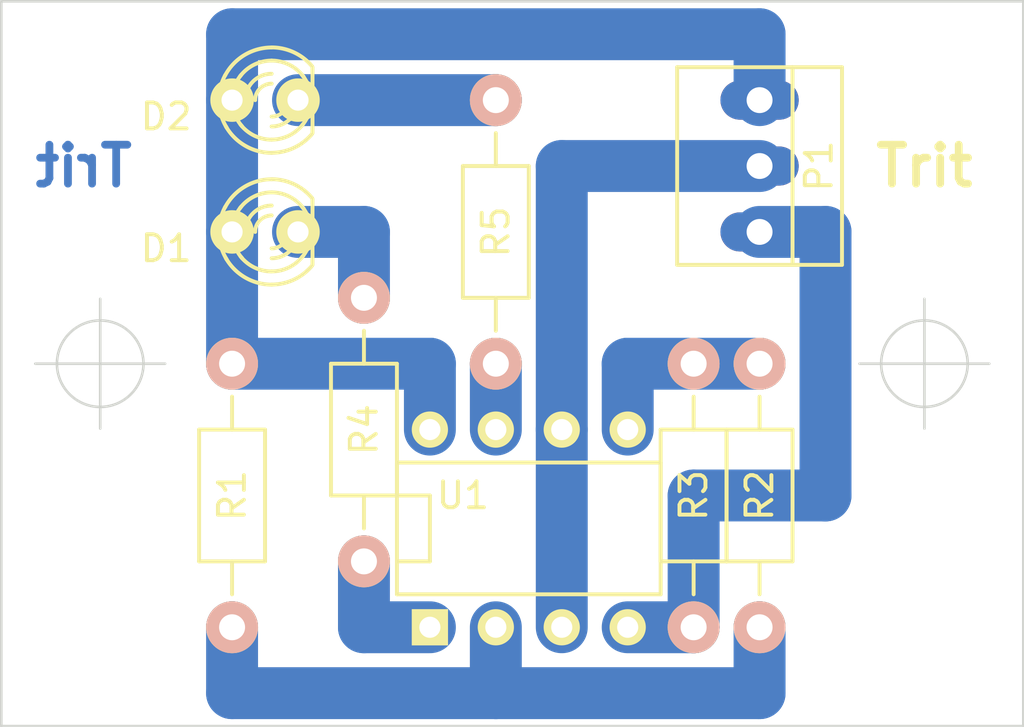
<source format=kicad_pcb>
(kicad_pcb (version 4) (host pcbnew 0.201504241002+5622~22~ubuntu15.04.1-product)

  (general
    (links 16)
    (no_connects 0)
    (area 20.269999 20.269999 59.740001 48.310001)
    (thickness 1.6)
    (drawings 8)
    (tracks 29)
    (zones 0)
    (modules 9)
    (nets 10)
  )

  (page A4)
  (title_block
    (title "Индикатор трита")
    (date "Вс. 26 апр. 2015")
    (company https://myweek-end.ru)
    (comment 2 "Кляузер Алексей Викторович")
  )

  (layers
    (0 F.Cu signal hide)
    (31 B.Cu signal)
    (32 B.Adhes user hide)
    (33 F.Adhes user hide)
    (34 B.Paste user hide)
    (35 F.Paste user hide)
    (36 B.SilkS user hide)
    (37 F.SilkS user)
    (38 B.Mask user hide)
    (39 F.Mask user hide)
    (40 Dwgs.User user hide)
    (41 Cmts.User user hide)
    (42 Eco1.User user hide)
    (43 Eco2.User user hide)
    (44 Edge.Cuts user)
    (45 Margin user hide)
    (46 B.CrtYd user hide)
    (47 F.CrtYd user hide)
    (48 B.Fab user hide)
    (49 F.Fab user hide)
  )

  (setup
    (last_trace_width 2)
    (trace_clearance 0.2)
    (zone_clearance 0.508)
    (zone_45_only no)
    (trace_min 0.2)
    (segment_width 0.2)
    (edge_width 0.1)
    (via_size 0.6)
    (via_drill 0.4)
    (via_min_size 0.4)
    (via_min_drill 0.3)
    (uvia_size 0.3)
    (uvia_drill 0.1)
    (uvias_allowed no)
    (uvia_min_size 0.2)
    (uvia_min_drill 0.1)
    (pcb_text_width 0.3)
    (pcb_text_size 1.5 1.5)
    (mod_edge_width 0.15)
    (mod_text_size 1 1)
    (mod_text_width 0.15)
    (pad_size 1.5 1.5)
    (pad_drill 0.6)
    (pad_to_mask_clearance 0)
    (aux_axis_origin 0 0)
    (visible_elements FFFFFF7F)
    (pcbplotparams
      (layerselection 0x00030_80000001)
      (usegerberextensions false)
      (excludeedgelayer true)
      (linewidth 0.100000)
      (plotframeref false)
      (viasonmask false)
      (mode 1)
      (useauxorigin false)
      (hpglpennumber 1)
      (hpglpenspeed 20)
      (hpglpendiameter 15)
      (hpglpenoverlay 2)
      (psnegative false)
      (psa4output false)
      (plotreference true)
      (plotvalue true)
      (plotinvisibletext false)
      (padsonsilk false)
      (subtractmaskfromsilk false)
      (outputformat 1)
      (mirror false)
      (drillshape 0)
      (scaleselection 1)
      (outputdirectory ""))
  )

  (net 0 "")
  (net 1 "Net-(D1-Pad1)")
  (net 2 "Net-(D1-Pad2)")
  (net 3 "Net-(D2-Pad2)")
  (net 4 "Net-(P1-Pad2)")
  (net 5 "Net-(P1-Pad3)")
  (net 6 "Net-(R1-Pad2)")
  (net 7 "Net-(R2-Pad2)")
  (net 8 "Net-(R4-Pad2)")
  (net 9 "Net-(R5-Pad2)")

  (net_class Default "Это класс цепей по умолчанию."
    (clearance 0.2)
    (trace_width 2)
    (via_dia 0.6)
    (via_drill 0.4)
    (uvia_dia 0.3)
    (uvia_drill 0.1)
    (add_net "Net-(D1-Pad1)")
    (add_net "Net-(D1-Pad2)")
    (add_net "Net-(D2-Pad2)")
    (add_net "Net-(P1-Pad2)")
    (add_net "Net-(P1-Pad3)")
    (add_net "Net-(R1-Pad2)")
    (add_net "Net-(R2-Pad2)")
    (add_net "Net-(R4-Pad2)")
    (add_net "Net-(R5-Pad2)")
  )

  (module LEDs:LED-3MM (layer F.Cu) (tedit 553CD08E) (tstamp 5521717B)
    (at 30.48 29.21)
    (descr "LED 3mm - Lead pitch 100mil (2,54mm)")
    (tags "LED led 3mm 3MM 100mil 2,54mm")
    (path /55216C48)
    (fp_text reference D1 (at -3.81 0.635) (layer F.SilkS)
      (effects (font (size 1 1) (thickness 0.15)))
    )
    (fp_text value - (at -3.81 -1.27) (layer F.Fab)
      (effects (font (size 1 1) (thickness 0.15)))
    )
    (fp_line (start 1.8288 1.27) (end 1.8288 -1.27) (layer F.SilkS) (width 0.15))
    (fp_arc (start 0.254 0) (end -1.27 0) (angle 39.8) (layer F.SilkS) (width 0.15))
    (fp_arc (start 0.254 0) (end -0.88392 1.01092) (angle 41.6) (layer F.SilkS) (width 0.15))
    (fp_arc (start 0.254 0) (end 1.4097 -0.9906) (angle 40.6) (layer F.SilkS) (width 0.15))
    (fp_arc (start 0.254 0) (end 1.778 0) (angle 39.8) (layer F.SilkS) (width 0.15))
    (fp_arc (start 0.254 0) (end 0.254 -1.524) (angle 54.4) (layer F.SilkS) (width 0.15))
    (fp_arc (start 0.254 0) (end -0.9652 -0.9144) (angle 53.1) (layer F.SilkS) (width 0.15))
    (fp_arc (start 0.254 0) (end 1.45542 0.93472) (angle 52.1) (layer F.SilkS) (width 0.15))
    (fp_arc (start 0.254 0) (end 0.254 1.524) (angle 52.1) (layer F.SilkS) (width 0.15))
    (fp_arc (start 0.254 0) (end -0.381 0) (angle 90) (layer F.SilkS) (width 0.15))
    (fp_arc (start 0.254 0) (end -0.762 0) (angle 90) (layer F.SilkS) (width 0.15))
    (fp_arc (start 0.254 0) (end 0.889 0) (angle 90) (layer F.SilkS) (width 0.15))
    (fp_arc (start 0.254 0) (end 1.27 0) (angle 90) (layer F.SilkS) (width 0.15))
    (fp_arc (start 0.254 0) (end 0.254 -2.032) (angle 50.1) (layer F.SilkS) (width 0.15))
    (fp_arc (start 0.254 0) (end -1.5367 -0.95504) (angle 61.9) (layer F.SilkS) (width 0.15))
    (fp_arc (start 0.254 0) (end 1.8034 1.31064) (angle 49.7) (layer F.SilkS) (width 0.15))
    (fp_arc (start 0.254 0) (end 0.254 2.032) (angle 60.2) (layer F.SilkS) (width 0.15))
    (fp_arc (start 0.254 0) (end -1.778 0) (angle 28.3) (layer F.SilkS) (width 0.15))
    (fp_arc (start 0.254 0) (end -1.47574 1.06426) (angle 31.6) (layer F.SilkS) (width 0.15))
    (pad 1 thru_hole circle (at -1.27 0) (size 1.6764 1.6764) (drill 0.8128) (layers *.Cu *.Mask F.SilkS)
      (net 1 "Net-(D1-Pad1)"))
    (pad 2 thru_hole circle (at 1.27 0) (size 1.6764 1.6764) (drill 0.8128) (layers *.Cu *.Mask F.SilkS)
      (net 2 "Net-(D1-Pad2)"))
    (model LEDs.3dshapes/LED-3MM.wrl
      (at (xyz 0 0 0))
      (scale (xyz 1 1 1))
      (rotate (xyz 0 0 0))
    )
  )

  (module LEDs:LED-3MM (layer F.Cu) (tedit 553CD081) (tstamp 55217181)
    (at 30.48 24.13)
    (descr "LED 3mm - Lead pitch 100mil (2,54mm)")
    (tags "LED led 3mm 3MM 100mil 2,54mm")
    (path /55216CBE)
    (fp_text reference D2 (at -3.81 0.635) (layer F.SilkS)
      (effects (font (size 1 1) (thickness 0.15)))
    )
    (fp_text value + (at -3.81 -1.27) (layer F.Fab)
      (effects (font (size 1 1) (thickness 0.15)))
    )
    (fp_line (start 1.8288 1.27) (end 1.8288 -1.27) (layer F.SilkS) (width 0.15))
    (fp_arc (start 0.254 0) (end -1.27 0) (angle 39.8) (layer F.SilkS) (width 0.15))
    (fp_arc (start 0.254 0) (end -0.88392 1.01092) (angle 41.6) (layer F.SilkS) (width 0.15))
    (fp_arc (start 0.254 0) (end 1.4097 -0.9906) (angle 40.6) (layer F.SilkS) (width 0.15))
    (fp_arc (start 0.254 0) (end 1.778 0) (angle 39.8) (layer F.SilkS) (width 0.15))
    (fp_arc (start 0.254 0) (end 0.254 -1.524) (angle 54.4) (layer F.SilkS) (width 0.15))
    (fp_arc (start 0.254 0) (end -0.9652 -0.9144) (angle 53.1) (layer F.SilkS) (width 0.15))
    (fp_arc (start 0.254 0) (end 1.45542 0.93472) (angle 52.1) (layer F.SilkS) (width 0.15))
    (fp_arc (start 0.254 0) (end 0.254 1.524) (angle 52.1) (layer F.SilkS) (width 0.15))
    (fp_arc (start 0.254 0) (end -0.381 0) (angle 90) (layer F.SilkS) (width 0.15))
    (fp_arc (start 0.254 0) (end -0.762 0) (angle 90) (layer F.SilkS) (width 0.15))
    (fp_arc (start 0.254 0) (end 0.889 0) (angle 90) (layer F.SilkS) (width 0.15))
    (fp_arc (start 0.254 0) (end 1.27 0) (angle 90) (layer F.SilkS) (width 0.15))
    (fp_arc (start 0.254 0) (end 0.254 -2.032) (angle 50.1) (layer F.SilkS) (width 0.15))
    (fp_arc (start 0.254 0) (end -1.5367 -0.95504) (angle 61.9) (layer F.SilkS) (width 0.15))
    (fp_arc (start 0.254 0) (end 1.8034 1.31064) (angle 49.7) (layer F.SilkS) (width 0.15))
    (fp_arc (start 0.254 0) (end 0.254 2.032) (angle 60.2) (layer F.SilkS) (width 0.15))
    (fp_arc (start 0.254 0) (end -1.778 0) (angle 28.3) (layer F.SilkS) (width 0.15))
    (fp_arc (start 0.254 0) (end -1.47574 1.06426) (angle 31.6) (layer F.SilkS) (width 0.15))
    (pad 1 thru_hole circle (at -1.27 0) (size 1.6764 1.6764) (drill 0.8128) (layers *.Cu *.Mask F.SilkS)
      (net 1 "Net-(D1-Pad1)"))
    (pad 2 thru_hole circle (at 1.27 0) (size 1.6764 1.6764) (drill 0.8128) (layers *.Cu *.Mask F.SilkS)
      (net 3 "Net-(D2-Pad2)"))
    (model LEDs.3dshapes/LED-3MM.wrl
      (at (xyz 0 0 0))
      (scale (xyz 1 1 1))
      (rotate (xyz 0 0 0))
    )
  )

  (module Connect:PINHEAD1-3 (layer F.Cu) (tedit 553CD321) (tstamp 55217188)
    (at 49.53 26.67 270)
    (path /55216FD6)
    (attr virtual)
    (fp_text reference P1 (at 0 -2.286 270) (layer F.SilkS)
      (effects (font (size 1 1) (thickness 0.15)))
    )
    (fp_text value Power&In (at 0 2.413 270) (layer F.Fab)
      (effects (font (size 1 1) (thickness 0.15)))
    )
    (fp_line (start -3.81 -3.175) (end -3.81 3.175) (layer F.SilkS) (width 0.15))
    (fp_line (start 3.81 -3.175) (end 3.81 3.175) (layer F.SilkS) (width 0.15))
    (fp_line (start 3.81 -1.27) (end -3.81 -1.27) (layer F.SilkS) (width 0.15))
    (fp_line (start -3.81 -3.175) (end 3.81 -3.175) (layer F.SilkS) (width 0.15))
    (fp_line (start 3.81 3.175) (end -3.81 3.175) (layer F.SilkS) (width 0.15))
    (pad 1 thru_hole oval (at -2.54 0 270) (size 1.50622 3.01498) (drill 0.99822) (layers *.Cu *.Mask)
      (net 1 "Net-(D1-Pad1)"))
    (pad 2 thru_hole oval (at 0 0 270) (size 1.50622 3.01498) (drill 0.99822) (layers *.Cu *.Mask)
      (net 4 "Net-(P1-Pad2)"))
    (pad 3 thru_hole oval (at 2.54 0 270) (size 1.50622 3.01498) (drill 0.99822) (layers *.Cu *.Mask)
      (net 5 "Net-(P1-Pad3)"))
  )

  (module Resistors_ThroughHole:Resistor_Horizontal_RM10mm (layer F.Cu) (tedit 552188DA) (tstamp 5521718E)
    (at 29.21 39.37 270)
    (descr "Resistor, Axial,  RM 10mm, 1/3W,")
    (tags "Resistor, Axial, RM 10mm, 1/3W,")
    (path /55217389)
    (fp_text reference R1 (at 0 0 270) (layer F.SilkS)
      (effects (font (size 1 1) (thickness 0.15)))
    )
    (fp_text value 4.7KΩ (at 0 2.54 270) (layer F.Fab)
      (effects (font (size 1 1) (thickness 0.15)))
    )
    (fp_line (start -2.54 -1.27) (end 2.54 -1.27) (layer F.SilkS) (width 0.15))
    (fp_line (start 2.54 -1.27) (end 2.54 1.27) (layer F.SilkS) (width 0.15))
    (fp_line (start 2.54 1.27) (end -2.54 1.27) (layer F.SilkS) (width 0.15))
    (fp_line (start -2.54 1.27) (end -2.54 -1.27) (layer F.SilkS) (width 0.15))
    (fp_line (start -2.54 0) (end -3.81 0) (layer F.SilkS) (width 0.15))
    (fp_line (start 2.54 0) (end 3.81 0) (layer F.SilkS) (width 0.15))
    (pad 1 thru_hole circle (at -5.08 0 270) (size 1.99898 1.99898) (drill 1.00076) (layers *.Cu *.SilkS *.Mask)
      (net 1 "Net-(D1-Pad1)"))
    (pad 2 thru_hole circle (at 5.08 0 270) (size 1.99898 1.99898) (drill 1.00076) (layers *.Cu *.SilkS *.Mask)
      (net 6 "Net-(R1-Pad2)"))
    (model Resistors_ThroughHole.3dshapes/Resistor_Horizontal_RM10mm.wrl
      (at (xyz 0 0 0))
      (scale (xyz 0.4 0.4 0.4))
      (rotate (xyz 0 0 0))
    )
  )

  (module Resistors_ThroughHole:Resistor_Horizontal_RM10mm (layer F.Cu) (tedit 553CD4BF) (tstamp 55217194)
    (at 49.53 39.37 90)
    (descr "Resistor, Axial,  RM 10mm, 1/3W,")
    (tags "Resistor, Axial, RM 10mm, 1/3W,")
    (path /552173D2)
    (fp_text reference R2 (at 0 0 90) (layer F.SilkS)
      (effects (font (size 1 1) (thickness 0.15)))
    )
    (fp_text value 4.7KΩ (at 0 2.54 90) (layer F.Fab)
      (effects (font (size 1 1) (thickness 0.15)))
    )
    (fp_line (start -2.54 -1.27) (end 2.54 -1.27) (layer F.SilkS) (width 0.15))
    (fp_line (start 2.54 -1.27) (end 2.54 1.27) (layer F.SilkS) (width 0.15))
    (fp_line (start 2.54 1.27) (end -2.54 1.27) (layer F.SilkS) (width 0.15))
    (fp_line (start -2.54 1.27) (end -2.54 -1.27) (layer F.SilkS) (width 0.15))
    (fp_line (start -2.54 0) (end -3.81 0) (layer F.SilkS) (width 0.15))
    (fp_line (start 2.54 0) (end 3.81 0) (layer F.SilkS) (width 0.15))
    (pad 1 thru_hole circle (at -5.08 0 90) (size 1.99898 1.99898) (drill 1.00076) (layers *.Cu *.SilkS *.Mask)
      (net 6 "Net-(R1-Pad2)"))
    (pad 2 thru_hole circle (at 5.08 0 90) (size 1.99898 1.99898) (drill 1.00076) (layers *.Cu *.SilkS *.Mask)
      (net 7 "Net-(R2-Pad2)"))
    (model Resistors_ThroughHole.3dshapes/Resistor_Horizontal_RM10mm.wrl
      (at (xyz 0 0 0))
      (scale (xyz 0.4 0.4 0.4))
      (rotate (xyz 0 0 0))
    )
  )

  (module Resistors_ThroughHole:Resistor_Horizontal_RM10mm (layer F.Cu) (tedit 552188A1) (tstamp 5521719A)
    (at 46.99 39.37 270)
    (descr "Resistor, Axial,  RM 10mm, 1/3W,")
    (tags "Resistor, Axial, RM 10mm, 1/3W,")
    (path /55217404)
    (fp_text reference R3 (at 0 0 270) (layer F.SilkS)
      (effects (font (size 1 1) (thickness 0.15)))
    )
    (fp_text value 4.7KΩ (at 1.27 2.54 270) (layer F.Fab)
      (effects (font (size 1 1) (thickness 0.15)))
    )
    (fp_line (start -2.54 -1.27) (end 2.54 -1.27) (layer F.SilkS) (width 0.15))
    (fp_line (start 2.54 -1.27) (end 2.54 1.27) (layer F.SilkS) (width 0.15))
    (fp_line (start 2.54 1.27) (end -2.54 1.27) (layer F.SilkS) (width 0.15))
    (fp_line (start -2.54 1.27) (end -2.54 -1.27) (layer F.SilkS) (width 0.15))
    (fp_line (start -2.54 0) (end -3.81 0) (layer F.SilkS) (width 0.15))
    (fp_line (start 2.54 0) (end 3.81 0) (layer F.SilkS) (width 0.15))
    (pad 1 thru_hole circle (at -5.08 0 270) (size 1.99898 1.99898) (drill 1.00076) (layers *.Cu *.SilkS *.Mask)
      (net 7 "Net-(R2-Pad2)"))
    (pad 2 thru_hole circle (at 5.08 0 270) (size 1.99898 1.99898) (drill 1.00076) (layers *.Cu *.SilkS *.Mask)
      (net 5 "Net-(P1-Pad3)"))
    (model Resistors_ThroughHole.3dshapes/Resistor_Horizontal_RM10mm.wrl
      (at (xyz 0 0 0))
      (scale (xyz 0.4 0.4 0.4))
      (rotate (xyz 0 0 0))
    )
  )

  (module Resistors_ThroughHole:Resistor_Horizontal_RM10mm (layer F.Cu) (tedit 553CD4B9) (tstamp 552171A0)
    (at 34.29 36.83 270)
    (descr "Resistor, Axial,  RM 10mm, 1/3W,")
    (tags "Resistor, Axial, RM 10mm, 1/3W,")
    (path /55216BBD)
    (fp_text reference R4 (at 0 0 270) (layer F.SilkS)
      (effects (font (size 1 1) (thickness 0.15)))
    )
    (fp_text value 220Ω (at 0 2.54 270) (layer F.Fab)
      (effects (font (size 1 1) (thickness 0.15)))
    )
    (fp_line (start -2.54 -1.27) (end 2.54 -1.27) (layer F.SilkS) (width 0.15))
    (fp_line (start 2.54 -1.27) (end 2.54 1.27) (layer F.SilkS) (width 0.15))
    (fp_line (start 2.54 1.27) (end -2.54 1.27) (layer F.SilkS) (width 0.15))
    (fp_line (start -2.54 1.27) (end -2.54 -1.27) (layer F.SilkS) (width 0.15))
    (fp_line (start -2.54 0) (end -3.81 0) (layer F.SilkS) (width 0.15))
    (fp_line (start 2.54 0) (end 3.81 0) (layer F.SilkS) (width 0.15))
    (pad 1 thru_hole circle (at -5.08 0 270) (size 1.99898 1.99898) (drill 1.00076) (layers *.Cu *.SilkS *.Mask)
      (net 2 "Net-(D1-Pad2)"))
    (pad 2 thru_hole circle (at 5.08 0 270) (size 1.99898 1.99898) (drill 1.00076) (layers *.Cu *.SilkS *.Mask)
      (net 8 "Net-(R4-Pad2)"))
    (model Resistors_ThroughHole.3dshapes/Resistor_Horizontal_RM10mm.wrl
      (at (xyz 0 0 0))
      (scale (xyz 0.4 0.4 0.4))
      (rotate (xyz 0 0 0))
    )
  )

  (module Resistors_ThroughHole:Resistor_Horizontal_RM10mm (layer F.Cu) (tedit 55218880) (tstamp 552171A6)
    (at 39.37 29.21 270)
    (descr "Resistor, Axial,  RM 10mm, 1/3W,")
    (tags "Resistor, Axial, RM 10mm, 1/3W,")
    (path /55216C0B)
    (fp_text reference R5 (at 0 0 270) (layer F.SilkS)
      (effects (font (size 1 1) (thickness 0.15)))
    )
    (fp_text value 220Ω (at 0 2.54 270) (layer F.Fab)
      (effects (font (size 1 1) (thickness 0.15)))
    )
    (fp_line (start -2.54 -1.27) (end 2.54 -1.27) (layer F.SilkS) (width 0.15))
    (fp_line (start 2.54 -1.27) (end 2.54 1.27) (layer F.SilkS) (width 0.15))
    (fp_line (start 2.54 1.27) (end -2.54 1.27) (layer F.SilkS) (width 0.15))
    (fp_line (start -2.54 1.27) (end -2.54 -1.27) (layer F.SilkS) (width 0.15))
    (fp_line (start -2.54 0) (end -3.81 0) (layer F.SilkS) (width 0.15))
    (fp_line (start 2.54 0) (end 3.81 0) (layer F.SilkS) (width 0.15))
    (pad 1 thru_hole circle (at -5.08 0 270) (size 1.99898 1.99898) (drill 1.00076) (layers *.Cu *.SilkS *.Mask)
      (net 3 "Net-(D2-Pad2)"))
    (pad 2 thru_hole circle (at 5.08 0 270) (size 1.99898 1.99898) (drill 1.00076) (layers *.Cu *.SilkS *.Mask)
      (net 9 "Net-(R5-Pad2)"))
    (model Resistors_ThroughHole.3dshapes/Resistor_Horizontal_RM10mm.wrl
      (at (xyz 0 0 0))
      (scale (xyz 0.4 0.4 0.4))
      (rotate (xyz 0 0 0))
    )
  )

  (module Sockets_DIP:DIP-8__300 (layer F.Cu) (tedit 553CD024) (tstamp 552171B2)
    (at 40.64 40.64)
    (descr "8 pins DIL package, round pads")
    (tags DIL)
    (path /55216A7A)
    (fp_text reference U1 (at -2.54 -1.27 180) (layer F.SilkS)
      (effects (font (size 1 1) (thickness 0.15)))
    )
    (fp_text value LM393 (at -1.27 1.27) (layer F.Fab)
      (effects (font (size 1 1) (thickness 0.15)))
    )
    (fp_line (start -5.08 -1.27) (end -3.81 -1.27) (layer F.SilkS) (width 0.15))
    (fp_line (start -3.81 -1.27) (end -3.81 1.27) (layer F.SilkS) (width 0.15))
    (fp_line (start -3.81 1.27) (end -5.08 1.27) (layer F.SilkS) (width 0.15))
    (fp_line (start -5.08 -2.54) (end 5.08 -2.54) (layer F.SilkS) (width 0.15))
    (fp_line (start 5.08 -2.54) (end 5.08 2.54) (layer F.SilkS) (width 0.15))
    (fp_line (start 5.08 2.54) (end -5.08 2.54) (layer F.SilkS) (width 0.15))
    (fp_line (start -5.08 2.54) (end -5.08 -2.54) (layer F.SilkS) (width 0.15))
    (pad 1 thru_hole rect (at -3.81 3.81) (size 1.397 1.397) (drill 0.8128) (layers *.Cu *.Mask F.SilkS)
      (net 8 "Net-(R4-Pad2)"))
    (pad 2 thru_hole circle (at -1.27 3.81) (size 1.397 1.397) (drill 0.8128) (layers *.Cu *.Mask F.SilkS)
      (net 6 "Net-(R1-Pad2)"))
    (pad 3 thru_hole circle (at 1.27 3.81) (size 1.397 1.397) (drill 0.8128) (layers *.Cu *.Mask F.SilkS)
      (net 4 "Net-(P1-Pad2)"))
    (pad 4 thru_hole circle (at 3.81 3.81) (size 1.397 1.397) (drill 0.8128) (layers *.Cu *.Mask F.SilkS)
      (net 5 "Net-(P1-Pad3)"))
    (pad 5 thru_hole circle (at 3.81 -3.81) (size 1.397 1.397) (drill 0.8128) (layers *.Cu *.Mask F.SilkS)
      (net 7 "Net-(R2-Pad2)"))
    (pad 6 thru_hole circle (at 1.27 -3.81) (size 1.397 1.397) (drill 0.8128) (layers *.Cu *.Mask F.SilkS)
      (net 4 "Net-(P1-Pad2)"))
    (pad 7 thru_hole circle (at -1.27 -3.81) (size 1.397 1.397) (drill 0.8128) (layers *.Cu *.Mask F.SilkS)
      (net 9 "Net-(R5-Pad2)"))
    (pad 8 thru_hole circle (at -3.81 -3.81) (size 1.397 1.397) (drill 0.8128) (layers *.Cu *.Mask F.SilkS)
      (net 1 "Net-(D1-Pad1)"))
    (model Sockets_DIP.3dshapes/DIP-8__300.wrl
      (at (xyz 0 0 0))
      (scale (xyz 1 1 1))
      (rotate (xyz 0 0 0))
    )
  )

  (gr_text Trit (at 55.88 26.67) (layer F.SilkS)
    (effects (font (size 1.5 1.5) (thickness 0.3)))
  )
  (gr_text Trit (at 23.495 26.67) (layer B.Cu)
    (effects (font (size 1.5 1.5) (thickness 0.3)) (justify mirror))
  )
  (target plus (at 24.13 34.29) (size 5) (width 0.1) (layer Edge.Cuts))
  (target plus (at 55.88 34.29) (size 5) (width 0.1) (layer Edge.Cuts))
  (gr_line (start 20.32 20.32) (end 20.32 48.26) (angle 90) (layer Edge.Cuts) (width 0.1))
  (gr_line (start 59.69 20.32) (end 20.32 20.32) (angle 90) (layer Edge.Cuts) (width 0.1))
  (gr_line (start 59.69 48.26) (end 59.69 20.32) (angle 90) (layer Edge.Cuts) (width 0.1))
  (gr_line (start 20.32 48.26) (end 59.69 48.26) (angle 90) (layer Edge.Cuts) (width 0.1))

  (segment (start 36.83 34.29) (end 29.21 34.29) (width 2) (layer B.Cu) (net 1) (tstamp 55217B71))
  (segment (start 36.83 36.83) (end 36.83 34.29) (width 2) (layer B.Cu) (net 1))
  (segment (start 29.21 29.21) (end 29.21 24.13) (width 2) (layer B.Cu) (net 1) (tstamp 5521807B))
  (segment (start 29.21 34.29) (end 29.21 29.21) (width 2) (layer B.Cu) (net 1))
  (segment (start 29.21 21.59) (end 49.53 21.59) (width 2) (layer B.Cu) (net 1) (tstamp 55218171))
  (segment (start 29.21 24.13) (end 29.21 21.59) (width 2) (layer B.Cu) (net 1))
  (segment (start 49.53 21.59) (end 49.53 24.13) (width 2) (layer B.Cu) (net 1) (tstamp 55218172))
  (segment (start 34.29 29.21) (end 31.75 29.21) (width 2) (layer B.Cu) (net 2) (tstamp 55218078))
  (segment (start 34.29 31.75) (end 34.29 29.21) (width 2) (layer B.Cu) (net 2))
  (segment (start 31.75 24.13) (end 39.37 24.13) (width 2) (layer B.Cu) (net 3))
  (segment (start 41.91 44.45) (end 41.91 36.83) (width 2) (layer B.Cu) (net 4))
  (segment (start 41.91 26.67) (end 49.53 26.67) (width 2) (layer B.Cu) (net 4) (tstamp 55218182))
  (segment (start 41.91 36.83) (end 41.91 26.67) (width 2) (layer B.Cu) (net 4))
  (segment (start 46.99 44.45) (end 44.45 44.45) (width 2) (layer B.Cu) (net 5))
  (segment (start 46.99 39.37) (end 52.07 39.37) (width 2) (layer B.Cu) (net 5) (tstamp 55218188))
  (segment (start 46.99 44.45) (end 46.99 39.37) (width 2) (layer B.Cu) (net 5))
  (segment (start 52.07 29.21) (end 49.53 29.21) (width 2) (layer B.Cu) (net 5) (tstamp 5521818D))
  (segment (start 52.07 39.37) (end 52.07 29.21) (width 2) (layer B.Cu) (net 5) (tstamp 55218189))
  (segment (start 39.37 46.99) (end 39.37 44.45) (width 2) (layer B.Cu) (net 6) (tstamp 55217A14))
  (segment (start 29.21 46.99) (end 39.37 46.99) (width 2) (layer B.Cu) (net 6) (tstamp 55217B74))
  (segment (start 29.21 44.45) (end 29.21 46.99) (width 2) (layer B.Cu) (net 6))
  (segment (start 49.53 46.99) (end 39.37 46.99) (width 2) (layer B.Cu) (net 6) (tstamp 552180EB))
  (segment (start 49.53 44.45) (end 49.53 46.99) (width 2) (layer B.Cu) (net 6))
  (segment (start 46.99 34.29) (end 49.53 34.29) (width 2) (layer B.Cu) (net 7) (tstamp 552180F1))
  (segment (start 44.45 34.29) (end 46.99 34.29) (width 2) (layer B.Cu) (net 7) (tstamp 552180F0))
  (segment (start 44.45 36.83) (end 44.45 34.29) (width 2) (layer B.Cu) (net 7))
  (segment (start 34.29 44.45) (end 36.83 44.45) (width 2) (layer B.Cu) (net 8) (tstamp 55218020))
  (segment (start 34.29 41.91) (end 34.29 44.45) (width 2) (layer B.Cu) (net 8))
  (segment (start 39.37 36.83) (end 39.37 34.29) (width 2) (layer B.Cu) (net 9))

)

</source>
